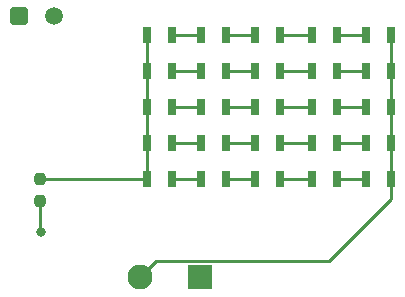
<source format=gbl>
G04 #@! TF.GenerationSoftware,KiCad,Pcbnew,(6.0.1)*
G04 #@! TF.CreationDate,2022-12-28T11:05:24-06:00*
G04 #@! TF.ProjectId,AIL,41494c2e-6b69-4636-9164-5f7063625858,rev?*
G04 #@! TF.SameCoordinates,Original*
G04 #@! TF.FileFunction,Copper,L2,Bot*
G04 #@! TF.FilePolarity,Positive*
%FSLAX46Y46*%
G04 Gerber Fmt 4.6, Leading zero omitted, Abs format (unit mm)*
G04 Created by KiCad (PCBNEW (6.0.1)) date 2022-12-28 11:05:24*
%MOMM*%
%LPD*%
G01*
G04 APERTURE LIST*
G04 Aperture macros list*
%AMRoundRect*
0 Rectangle with rounded corners*
0 $1 Rounding radius*
0 $2 $3 $4 $5 $6 $7 $8 $9 X,Y pos of 4 corners*
0 Add a 4 corners polygon primitive as box body*
4,1,4,$2,$3,$4,$5,$6,$7,$8,$9,$2,$3,0*
0 Add four circle primitives for the rounded corners*
1,1,$1+$1,$2,$3*
1,1,$1+$1,$4,$5*
1,1,$1+$1,$6,$7*
1,1,$1+$1,$8,$9*
0 Add four rect primitives between the rounded corners*
20,1,$1+$1,$2,$3,$4,$5,0*
20,1,$1+$1,$4,$5,$6,$7,0*
20,1,$1+$1,$6,$7,$8,$9,0*
20,1,$1+$1,$8,$9,$2,$3,0*%
G04 Aperture macros list end*
G04 #@! TA.AperFunction,ComponentPad*
%ADD10RoundRect,0.250001X0.499999X-0.499999X0.499999X0.499999X-0.499999X0.499999X-0.499999X-0.499999X0*%
G04 #@! TD*
G04 #@! TA.AperFunction,ComponentPad*
%ADD11C,1.500000*%
G04 #@! TD*
G04 #@! TA.AperFunction,ComponentPad*
%ADD12R,2.115000X2.115000*%
G04 #@! TD*
G04 #@! TA.AperFunction,ComponentPad*
%ADD13C,2.115000*%
G04 #@! TD*
G04 #@! TA.AperFunction,SMDPad,CuDef*
%ADD14R,0.800000X1.400000*%
G04 #@! TD*
G04 #@! TA.AperFunction,SMDPad,CuDef*
%ADD15RoundRect,0.237500X0.237500X-0.250000X0.237500X0.250000X-0.237500X0.250000X-0.237500X-0.250000X0*%
G04 #@! TD*
G04 #@! TA.AperFunction,ViaPad*
%ADD16C,0.800000*%
G04 #@! TD*
G04 #@! TA.AperFunction,Conductor*
%ADD17C,0.250000*%
G04 #@! TD*
G04 APERTURE END LIST*
D10*
X129768445Y-81439445D03*
D11*
X132768445Y-81439445D03*
D12*
X145118445Y-103604445D03*
D13*
X140038445Y-103604445D03*
D14*
X161324000Y-95250000D03*
X159224000Y-95250000D03*
X156752000Y-92202000D03*
X154652000Y-92202000D03*
X161324000Y-83058000D03*
X159224000Y-83058000D03*
X151926000Y-95250000D03*
X149826000Y-95250000D03*
X147354000Y-86106000D03*
X145254000Y-86106000D03*
X142782000Y-83058000D03*
X140682000Y-83058000D03*
X151926000Y-89154000D03*
X149826000Y-89154000D03*
X151926000Y-92202000D03*
X149826000Y-92202000D03*
X142782000Y-92202000D03*
X140682000Y-92202000D03*
X147354000Y-83058000D03*
X145254000Y-83058000D03*
X147354000Y-95250000D03*
X145254000Y-95250000D03*
X142782000Y-95250000D03*
X140682000Y-95250000D03*
X151926000Y-83058000D03*
X149826000Y-83058000D03*
X142782000Y-86106000D03*
X140682000Y-86106000D03*
D15*
X131570000Y-97092500D03*
X131570000Y-95267500D03*
D14*
X142782000Y-89154000D03*
X140682000Y-89154000D03*
X161324000Y-89154000D03*
X159224000Y-89154000D03*
X161324000Y-86106000D03*
X159224000Y-86106000D03*
X151926000Y-86106000D03*
X149826000Y-86106000D03*
X156752000Y-89154000D03*
X154652000Y-89154000D03*
X147354000Y-92202000D03*
X145254000Y-92202000D03*
X147354000Y-89154000D03*
X145254000Y-89154000D03*
X156752000Y-86106000D03*
X154652000Y-86106000D03*
X161324000Y-92202000D03*
X159224000Y-92202000D03*
X156752000Y-95250000D03*
X154652000Y-95250000D03*
X156752000Y-83058000D03*
X154652000Y-83058000D03*
D16*
X131630945Y-99719055D03*
D17*
X131570000Y-97092500D02*
X131570000Y-99658110D01*
X131570000Y-99658110D02*
X131630945Y-99719055D01*
X161324000Y-95250000D02*
X161324000Y-96994000D01*
X161324000Y-96994000D02*
X156095566Y-102222434D01*
X161324000Y-83058000D02*
X161324000Y-95250000D01*
X141420456Y-102222434D02*
X140038445Y-103604445D01*
X156095566Y-102222434D02*
X141420456Y-102222434D01*
X142782000Y-95250000D02*
X145254000Y-95250000D01*
X149826000Y-95250000D02*
X147354000Y-95250000D01*
X154652000Y-95250000D02*
X151926000Y-95250000D01*
X159224000Y-95250000D02*
X156752000Y-95250000D01*
X145254000Y-92202000D02*
X142782000Y-92202000D01*
X149826000Y-92202000D02*
X147354000Y-92202000D01*
X154652000Y-92202000D02*
X151926000Y-92202000D01*
X159224000Y-92202000D02*
X156752000Y-92202000D01*
X142782000Y-89154000D02*
X145254000Y-89154000D01*
X149826000Y-89154000D02*
X147354000Y-89154000D01*
X154652000Y-89154000D02*
X151926000Y-89154000D01*
X159224000Y-89154000D02*
X156752000Y-89154000D01*
X145254000Y-86106000D02*
X142782000Y-86106000D01*
X147354000Y-86106000D02*
X149826000Y-86106000D01*
X154652000Y-86106000D02*
X151926000Y-86106000D01*
X159224000Y-86106000D02*
X156752000Y-86106000D01*
X142782000Y-83058000D02*
X145254000Y-83058000D01*
X147354000Y-83058000D02*
X149826000Y-83058000D01*
X151926000Y-83058000D02*
X154652000Y-83058000D01*
X156752000Y-83058000D02*
X159224000Y-83058000D01*
X140682000Y-95250000D02*
X136652000Y-95250000D01*
X131587500Y-95250000D02*
X136618000Y-95250000D01*
X131570000Y-95267500D02*
X131587500Y-95250000D01*
X140682000Y-95250000D02*
X140682000Y-83058000D01*
M02*

</source>
